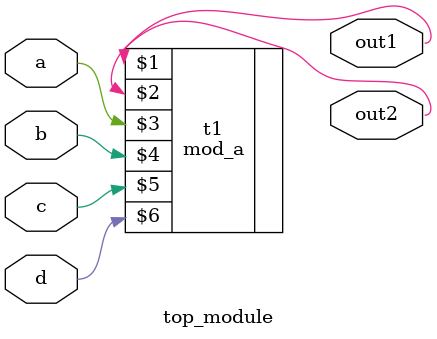
<source format=v>
module top_module ( 
    input a, 
    input b, 
    input c,
    input d,
    output out1,
    output out2
);
    mod_a t1(out1, out2, a, b, c, d);

endmodule

</source>
